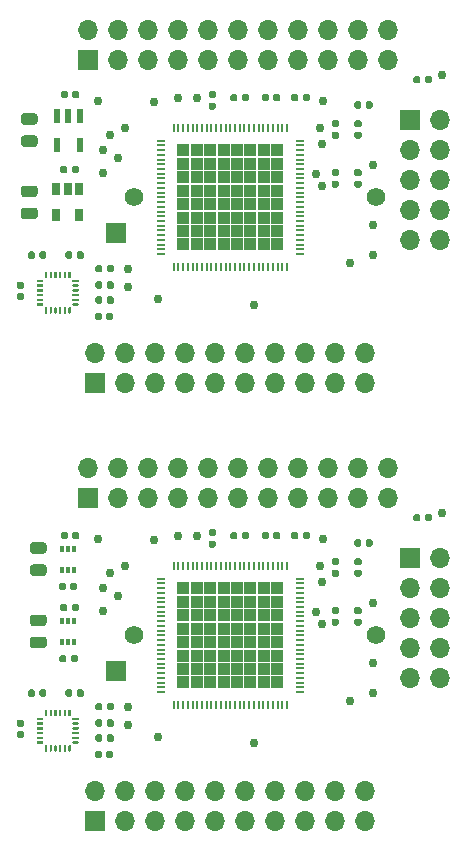
<source format=gts>
G04 #@! TF.GenerationSoftware,KiCad,Pcbnew,(5.1.6)-1*
G04 #@! TF.CreationDate,2021-09-02T23:58:42-07:00*
G04 #@! TF.ProjectId,sulu_ldo_and_reg_panel,73756c75-5f6c-4646-9f5f-616e645f7265,rev?*
G04 #@! TF.SameCoordinates,Original*
G04 #@! TF.FileFunction,Soldermask,Top*
G04 #@! TF.FilePolarity,Negative*
%FSLAX46Y46*%
G04 Gerber Fmt 4.6, Leading zero omitted, Abs format (unit mm)*
G04 Created by KiCad (PCBNEW (5.1.6)-1) date 2021-09-02 23:58:42*
%MOMM*%
%LPD*%
G01*
G04 APERTURE LIST*
%ADD10R,0.590000X1.210000*%
%ADD11R,0.650000X1.060000*%
%ADD12C,1.574800*%
%ADD13O,1.700000X1.700000*%
%ADD14R,1.700000X1.700000*%
%ADD15C,0.762000*%
%ADD16O,0.800000X0.200000*%
%ADD17O,0.200000X0.800000*%
%ADD18R,1.137500X1.137500*%
%ADD19C,0.568750*%
%ADD20R,0.300000X0.500000*%
G04 APERTURE END LIST*
D10*
G04 #@! TO.C,U3*
X115377000Y-86981999D03*
X114427000Y-86981999D03*
X113477000Y-86981999D03*
X113477000Y-89491999D03*
X115377000Y-89491999D03*
G04 #@! TD*
D11*
G04 #@! TO.C,U2*
X115325999Y-93232999D03*
X114375999Y-93232999D03*
X113425999Y-93232999D03*
X113425999Y-95432999D03*
X115325999Y-95432999D03*
G04 #@! TD*
D12*
G04 #@! TO.C,B1*
X140512800Y-93853000D03*
X120015000Y-93853000D03*
G04 #@! TD*
D13*
G04 #@! TO.C,J1*
X141478000Y-79756000D03*
X141478000Y-82296000D03*
X138938000Y-79756000D03*
X138938000Y-82296000D03*
X136398000Y-79756000D03*
X136398000Y-82296000D03*
X133858000Y-79756000D03*
X133858000Y-82296000D03*
X131318000Y-79756000D03*
X131318000Y-82296000D03*
X128778000Y-79756000D03*
X128778000Y-82296000D03*
X126238000Y-79756000D03*
X126238000Y-82296000D03*
X123698000Y-79756000D03*
X123698000Y-82296000D03*
X121158000Y-79756000D03*
X121158000Y-82296000D03*
X118618000Y-79756000D03*
X118618000Y-82296000D03*
X116078000Y-79756000D03*
D14*
X116078000Y-82296000D03*
G04 #@! TD*
G04 #@! TO.C,R4*
G36*
G01*
X129118000Y-85643500D02*
X129118000Y-85298500D01*
G75*
G02*
X129265500Y-85151000I147500J0D01*
G01*
X129560500Y-85151000D01*
G75*
G02*
X129708000Y-85298500I0J-147500D01*
G01*
X129708000Y-85643500D01*
G75*
G02*
X129560500Y-85791000I-147500J0D01*
G01*
X129265500Y-85791000D01*
G75*
G02*
X129118000Y-85643500I0J147500D01*
G01*
G37*
G36*
G01*
X128148000Y-85643500D02*
X128148000Y-85298500D01*
G75*
G02*
X128295500Y-85151000I147500J0D01*
G01*
X128590500Y-85151000D01*
G75*
G02*
X128738000Y-85298500I0J-147500D01*
G01*
X128738000Y-85643500D01*
G75*
G02*
X128590500Y-85791000I-147500J0D01*
G01*
X128295500Y-85791000D01*
G75*
G02*
X128148000Y-85643500I0J147500D01*
G01*
G37*
G04 #@! TD*
G04 #@! TO.C,R3*
G36*
G01*
X144612000Y-84119500D02*
X144612000Y-83774500D01*
G75*
G02*
X144759500Y-83627000I147500J0D01*
G01*
X145054500Y-83627000D01*
G75*
G02*
X145202000Y-83774500I0J-147500D01*
G01*
X145202000Y-84119500D01*
G75*
G02*
X145054500Y-84267000I-147500J0D01*
G01*
X144759500Y-84267000D01*
G75*
G02*
X144612000Y-84119500I0J147500D01*
G01*
G37*
G36*
G01*
X143642000Y-84119500D02*
X143642000Y-83774500D01*
G75*
G02*
X143789500Y-83627000I147500J0D01*
G01*
X144084500Y-83627000D01*
G75*
G02*
X144232000Y-83774500I0J-147500D01*
G01*
X144232000Y-84119500D01*
G75*
G02*
X144084500Y-84267000I-147500J0D01*
G01*
X143789500Y-84267000D01*
G75*
G02*
X143642000Y-84119500I0J147500D01*
G01*
G37*
G04 #@! TD*
G04 #@! TO.C,R2*
G36*
G01*
X139233000Y-85933500D02*
X139233000Y-86278500D01*
G75*
G02*
X139085500Y-86426000I-147500J0D01*
G01*
X138790500Y-86426000D01*
G75*
G02*
X138643000Y-86278500I0J147500D01*
G01*
X138643000Y-85933500D01*
G75*
G02*
X138790500Y-85786000I147500J0D01*
G01*
X139085500Y-85786000D01*
G75*
G02*
X139233000Y-85933500I0J-147500D01*
G01*
G37*
G36*
G01*
X140203000Y-85933500D02*
X140203000Y-86278500D01*
G75*
G02*
X140055500Y-86426000I-147500J0D01*
G01*
X139760500Y-86426000D01*
G75*
G02*
X139613000Y-86278500I0J147500D01*
G01*
X139613000Y-85933500D01*
G75*
G02*
X139760500Y-85786000I147500J0D01*
G01*
X140055500Y-85786000D01*
G75*
G02*
X140203000Y-85933500I0J-147500D01*
G01*
G37*
G04 #@! TD*
G04 #@! TO.C,C_1.8_OUT1*
G36*
G01*
X110668750Y-92913000D02*
X111581250Y-92913000D01*
G75*
G02*
X111825000Y-93156750I0J-243750D01*
G01*
X111825000Y-93644250D01*
G75*
G02*
X111581250Y-93888000I-243750J0D01*
G01*
X110668750Y-93888000D01*
G75*
G02*
X110425000Y-93644250I0J243750D01*
G01*
X110425000Y-93156750D01*
G75*
G02*
X110668750Y-92913000I243750J0D01*
G01*
G37*
G36*
G01*
X110668750Y-94788000D02*
X111581250Y-94788000D01*
G75*
G02*
X111825000Y-95031750I0J-243750D01*
G01*
X111825000Y-95519250D01*
G75*
G02*
X111581250Y-95763000I-243750J0D01*
G01*
X110668750Y-95763000D01*
G75*
G02*
X110425000Y-95519250I0J243750D01*
G01*
X110425000Y-95031750D01*
G75*
G02*
X110668750Y-94788000I243750J0D01*
G01*
G37*
G04 #@! TD*
G04 #@! TO.C,C_1.1_OUT1*
G36*
G01*
X110668750Y-86791500D02*
X111581250Y-86791500D01*
G75*
G02*
X111825000Y-87035250I0J-243750D01*
G01*
X111825000Y-87522750D01*
G75*
G02*
X111581250Y-87766500I-243750J0D01*
G01*
X110668750Y-87766500D01*
G75*
G02*
X110425000Y-87522750I0J243750D01*
G01*
X110425000Y-87035250D01*
G75*
G02*
X110668750Y-86791500I243750J0D01*
G01*
G37*
G36*
G01*
X110668750Y-88666500D02*
X111581250Y-88666500D01*
G75*
G02*
X111825000Y-88910250I0J-243750D01*
G01*
X111825000Y-89397750D01*
G75*
G02*
X111581250Y-89641500I-243750J0D01*
G01*
X110668750Y-89641500D01*
G75*
G02*
X110425000Y-89397750I0J243750D01*
G01*
X110425000Y-88910250D01*
G75*
G02*
X110668750Y-88666500I243750J0D01*
G01*
G37*
G04 #@! TD*
D13*
G04 #@! TO.C,J3*
X145923000Y-97536000D03*
X143383000Y-97536000D03*
X145923000Y-94996000D03*
X143383000Y-94996000D03*
X145923000Y-92456000D03*
X143383000Y-92456000D03*
X145923000Y-89916000D03*
X143383000Y-89916000D03*
X145923000Y-87376000D03*
D14*
X143383000Y-87376000D03*
G04 #@! TD*
G04 #@! TO.C,C_1.1_IN1*
G36*
G01*
X114767000Y-85389500D02*
X114767000Y-85044500D01*
G75*
G02*
X114914500Y-84897000I147500J0D01*
G01*
X115209500Y-84897000D01*
G75*
G02*
X115357000Y-85044500I0J-147500D01*
G01*
X115357000Y-85389500D01*
G75*
G02*
X115209500Y-85537000I-147500J0D01*
G01*
X114914500Y-85537000D01*
G75*
G02*
X114767000Y-85389500I0J147500D01*
G01*
G37*
G36*
G01*
X113797000Y-85389500D02*
X113797000Y-85044500D01*
G75*
G02*
X113944500Y-84897000I147500J0D01*
G01*
X114239500Y-84897000D01*
G75*
G02*
X114387000Y-85044500I0J-147500D01*
G01*
X114387000Y-85389500D01*
G75*
G02*
X114239500Y-85537000I-147500J0D01*
G01*
X113944500Y-85537000D01*
G75*
G02*
X113797000Y-85389500I0J147500D01*
G01*
G37*
G04 #@! TD*
G04 #@! TO.C,C_1.8_IN1*
G36*
G01*
X114721000Y-91739500D02*
X114721000Y-91394500D01*
G75*
G02*
X114868500Y-91247000I147500J0D01*
G01*
X115163500Y-91247000D01*
G75*
G02*
X115311000Y-91394500I0J-147500D01*
G01*
X115311000Y-91739500D01*
G75*
G02*
X115163500Y-91887000I-147500J0D01*
G01*
X114868500Y-91887000D01*
G75*
G02*
X114721000Y-91739500I0J147500D01*
G01*
G37*
G36*
G01*
X113751000Y-91739500D02*
X113751000Y-91394500D01*
G75*
G02*
X113898500Y-91247000I147500J0D01*
G01*
X114193500Y-91247000D01*
G75*
G02*
X114341000Y-91394500I0J-147500D01*
G01*
X114341000Y-91739500D01*
G75*
G02*
X114193500Y-91887000I-147500J0D01*
G01*
X113898500Y-91887000D01*
G75*
G02*
X113751000Y-91739500I0J147500D01*
G01*
G37*
G04 #@! TD*
D15*
G04 #@! TO.C,J21*
X140208000Y-96266000D03*
G04 #@! TD*
G04 #@! TO.C,J20*
X135763000Y-88011000D03*
G04 #@! TD*
G04 #@! TO.C,J19*
X125349000Y-85471000D03*
G04 #@! TD*
G04 #@! TO.C,J18*
X123698000Y-85471000D03*
G04 #@! TD*
G04 #@! TO.C,J14*
X121666000Y-85852000D03*
G04 #@! TD*
G04 #@! TO.C,J12*
X119507000Y-101473000D03*
G04 #@! TD*
G04 #@! TO.C,J17*
X140208000Y-98806000D03*
G04 #@! TD*
G04 #@! TO.C,J16*
X135890000Y-92964000D03*
G04 #@! TD*
G04 #@! TO.C,J15*
X135382000Y-91948000D03*
G04 #@! TD*
G04 #@! TO.C,J13*
X122047000Y-102489000D03*
G04 #@! TD*
G04 #@! TO.C,J11*
X119507000Y-99949000D03*
G04 #@! TD*
G04 #@! TO.C,J10*
X117348000Y-91821000D03*
G04 #@! TD*
G04 #@! TO.C,J9*
X118618000Y-90551000D03*
G04 #@! TD*
G04 #@! TO.C,J8*
X117348000Y-89916000D03*
G04 #@! TD*
G04 #@! TO.C,J7*
X117983000Y-88646000D03*
G04 #@! TD*
G04 #@! TO.C,J6*
X119253000Y-88011000D03*
G04 #@! TD*
G04 #@! TO.C,J5*
X135890000Y-89408000D03*
G04 #@! TD*
G04 #@! TO.C,GND6*
X146050000Y-83566000D03*
G04 #@! TD*
G04 #@! TO.C,GND5*
X138303000Y-99441000D03*
G04 #@! TD*
G04 #@! TO.C,GND4*
X136017000Y-85725000D03*
G04 #@! TD*
G04 #@! TO.C,GND3*
X116967000Y-85725000D03*
G04 #@! TD*
G04 #@! TO.C,GND2*
X140208000Y-91186000D03*
G04 #@! TD*
G04 #@! TO.C,GND1*
X130175000Y-102997000D03*
G04 #@! TD*
D14*
G04 #@! TO.C,J4*
X118491000Y-96901000D03*
G04 #@! TD*
G04 #@! TO.C,R1*
G36*
G01*
X138765500Y-92496000D02*
X139110500Y-92496000D01*
G75*
G02*
X139258000Y-92643500I0J-147500D01*
G01*
X139258000Y-92938500D01*
G75*
G02*
X139110500Y-93086000I-147500J0D01*
G01*
X138765500Y-93086000D01*
G75*
G02*
X138618000Y-92938500I0J147500D01*
G01*
X138618000Y-92643500D01*
G75*
G02*
X138765500Y-92496000I147500J0D01*
G01*
G37*
G36*
G01*
X138765500Y-91526000D02*
X139110500Y-91526000D01*
G75*
G02*
X139258000Y-91673500I0J-147500D01*
G01*
X139258000Y-91968500D01*
G75*
G02*
X139110500Y-92116000I-147500J0D01*
G01*
X138765500Y-92116000D01*
G75*
G02*
X138618000Y-91968500I0J147500D01*
G01*
X138618000Y-91673500D01*
G75*
G02*
X138765500Y-91526000I147500J0D01*
G01*
G37*
G04 #@! TD*
G04 #@! TO.C,C13*
G36*
G01*
X139110500Y-87971000D02*
X138765500Y-87971000D01*
G75*
G02*
X138618000Y-87823500I0J147500D01*
G01*
X138618000Y-87528500D01*
G75*
G02*
X138765500Y-87381000I147500J0D01*
G01*
X139110500Y-87381000D01*
G75*
G02*
X139258000Y-87528500I0J-147500D01*
G01*
X139258000Y-87823500D01*
G75*
G02*
X139110500Y-87971000I-147500J0D01*
G01*
G37*
G36*
G01*
X139110500Y-88941000D02*
X138765500Y-88941000D01*
G75*
G02*
X138618000Y-88793500I0J147500D01*
G01*
X138618000Y-88498500D01*
G75*
G02*
X138765500Y-88351000I147500J0D01*
G01*
X139110500Y-88351000D01*
G75*
G02*
X139258000Y-88498500I0J-147500D01*
G01*
X139258000Y-88793500D01*
G75*
G02*
X139110500Y-88941000I-147500J0D01*
G01*
G37*
G04 #@! TD*
G04 #@! TO.C,C12*
G36*
G01*
X137205500Y-87971000D02*
X136860500Y-87971000D01*
G75*
G02*
X136713000Y-87823500I0J147500D01*
G01*
X136713000Y-87528500D01*
G75*
G02*
X136860500Y-87381000I147500J0D01*
G01*
X137205500Y-87381000D01*
G75*
G02*
X137353000Y-87528500I0J-147500D01*
G01*
X137353000Y-87823500D01*
G75*
G02*
X137205500Y-87971000I-147500J0D01*
G01*
G37*
G36*
G01*
X137205500Y-88941000D02*
X136860500Y-88941000D01*
G75*
G02*
X136713000Y-88793500I0J147500D01*
G01*
X136713000Y-88498500D01*
G75*
G02*
X136860500Y-88351000I147500J0D01*
G01*
X137205500Y-88351000D01*
G75*
G02*
X137353000Y-88498500I0J-147500D01*
G01*
X137353000Y-88793500D01*
G75*
G02*
X137205500Y-88941000I-147500J0D01*
G01*
G37*
G04 #@! TD*
G04 #@! TO.C,C11*
G36*
G01*
X137205500Y-92116000D02*
X136860500Y-92116000D01*
G75*
G02*
X136713000Y-91968500I0J147500D01*
G01*
X136713000Y-91673500D01*
G75*
G02*
X136860500Y-91526000I147500J0D01*
G01*
X137205500Y-91526000D01*
G75*
G02*
X137353000Y-91673500I0J-147500D01*
G01*
X137353000Y-91968500D01*
G75*
G02*
X137205500Y-92116000I-147500J0D01*
G01*
G37*
G36*
G01*
X137205500Y-93086000D02*
X136860500Y-93086000D01*
G75*
G02*
X136713000Y-92938500I0J147500D01*
G01*
X136713000Y-92643500D01*
G75*
G02*
X136860500Y-92496000I147500J0D01*
G01*
X137205500Y-92496000D01*
G75*
G02*
X137353000Y-92643500I0J-147500D01*
G01*
X137353000Y-92938500D01*
G75*
G02*
X137205500Y-93086000I-147500J0D01*
G01*
G37*
G04 #@! TD*
G04 #@! TO.C,C10*
G36*
G01*
X126791500Y-85512000D02*
X126446500Y-85512000D01*
G75*
G02*
X126299000Y-85364500I0J147500D01*
G01*
X126299000Y-85069500D01*
G75*
G02*
X126446500Y-84922000I147500J0D01*
G01*
X126791500Y-84922000D01*
G75*
G02*
X126939000Y-85069500I0J-147500D01*
G01*
X126939000Y-85364500D01*
G75*
G02*
X126791500Y-85512000I-147500J0D01*
G01*
G37*
G36*
G01*
X126791500Y-86482000D02*
X126446500Y-86482000D01*
G75*
G02*
X126299000Y-86334500I0J147500D01*
G01*
X126299000Y-86039500D01*
G75*
G02*
X126446500Y-85892000I147500J0D01*
G01*
X126791500Y-85892000D01*
G75*
G02*
X126939000Y-86039500I0J-147500D01*
G01*
X126939000Y-86334500D01*
G75*
G02*
X126791500Y-86482000I-147500J0D01*
G01*
G37*
G04 #@! TD*
G04 #@! TO.C,C9*
G36*
G01*
X117262000Y-103840500D02*
X117262000Y-104185500D01*
G75*
G02*
X117114500Y-104333000I-147500J0D01*
G01*
X116819500Y-104333000D01*
G75*
G02*
X116672000Y-104185500I0J147500D01*
G01*
X116672000Y-103840500D01*
G75*
G02*
X116819500Y-103693000I147500J0D01*
G01*
X117114500Y-103693000D01*
G75*
G02*
X117262000Y-103840500I0J-147500D01*
G01*
G37*
G36*
G01*
X118232000Y-103840500D02*
X118232000Y-104185500D01*
G75*
G02*
X118084500Y-104333000I-147500J0D01*
G01*
X117789500Y-104333000D01*
G75*
G02*
X117642000Y-104185500I0J147500D01*
G01*
X117642000Y-103840500D01*
G75*
G02*
X117789500Y-103693000I147500J0D01*
G01*
X118084500Y-103693000D01*
G75*
G02*
X118232000Y-103840500I0J-147500D01*
G01*
G37*
G04 #@! TD*
G04 #@! TO.C,C8*
G36*
G01*
X117308000Y-102443500D02*
X117308000Y-102788500D01*
G75*
G02*
X117160500Y-102936000I-147500J0D01*
G01*
X116865500Y-102936000D01*
G75*
G02*
X116718000Y-102788500I0J147500D01*
G01*
X116718000Y-102443500D01*
G75*
G02*
X116865500Y-102296000I147500J0D01*
G01*
X117160500Y-102296000D01*
G75*
G02*
X117308000Y-102443500I0J-147500D01*
G01*
G37*
G36*
G01*
X118278000Y-102443500D02*
X118278000Y-102788500D01*
G75*
G02*
X118130500Y-102936000I-147500J0D01*
G01*
X117835500Y-102936000D01*
G75*
G02*
X117688000Y-102788500I0J147500D01*
G01*
X117688000Y-102443500D01*
G75*
G02*
X117835500Y-102296000I147500J0D01*
G01*
X118130500Y-102296000D01*
G75*
G02*
X118278000Y-102443500I0J-147500D01*
G01*
G37*
G04 #@! TD*
G04 #@! TO.C,C7*
G36*
G01*
X134279000Y-85643500D02*
X134279000Y-85298500D01*
G75*
G02*
X134426500Y-85151000I147500J0D01*
G01*
X134721500Y-85151000D01*
G75*
G02*
X134869000Y-85298500I0J-147500D01*
G01*
X134869000Y-85643500D01*
G75*
G02*
X134721500Y-85791000I-147500J0D01*
G01*
X134426500Y-85791000D01*
G75*
G02*
X134279000Y-85643500I0J147500D01*
G01*
G37*
G36*
G01*
X133309000Y-85643500D02*
X133309000Y-85298500D01*
G75*
G02*
X133456500Y-85151000I147500J0D01*
G01*
X133751500Y-85151000D01*
G75*
G02*
X133899000Y-85298500I0J-147500D01*
G01*
X133899000Y-85643500D01*
G75*
G02*
X133751500Y-85791000I-147500J0D01*
G01*
X133456500Y-85791000D01*
G75*
G02*
X133309000Y-85643500I0J147500D01*
G01*
G37*
G04 #@! TD*
G04 #@! TO.C,C6*
G36*
G01*
X131405000Y-85298500D02*
X131405000Y-85643500D01*
G75*
G02*
X131257500Y-85791000I-147500J0D01*
G01*
X130962500Y-85791000D01*
G75*
G02*
X130815000Y-85643500I0J147500D01*
G01*
X130815000Y-85298500D01*
G75*
G02*
X130962500Y-85151000I147500J0D01*
G01*
X131257500Y-85151000D01*
G75*
G02*
X131405000Y-85298500I0J-147500D01*
G01*
G37*
G36*
G01*
X132375000Y-85298500D02*
X132375000Y-85643500D01*
G75*
G02*
X132227500Y-85791000I-147500J0D01*
G01*
X131932500Y-85791000D01*
G75*
G02*
X131785000Y-85643500I0J147500D01*
G01*
X131785000Y-85298500D01*
G75*
G02*
X131932500Y-85151000I147500J0D01*
G01*
X132227500Y-85151000D01*
G75*
G02*
X132375000Y-85298500I0J-147500D01*
G01*
G37*
G04 #@! TD*
G04 #@! TO.C,C5*
G36*
G01*
X117308000Y-99776500D02*
X117308000Y-100121500D01*
G75*
G02*
X117160500Y-100269000I-147500J0D01*
G01*
X116865500Y-100269000D01*
G75*
G02*
X116718000Y-100121500I0J147500D01*
G01*
X116718000Y-99776500D01*
G75*
G02*
X116865500Y-99629000I147500J0D01*
G01*
X117160500Y-99629000D01*
G75*
G02*
X117308000Y-99776500I0J-147500D01*
G01*
G37*
G36*
G01*
X118278000Y-99776500D02*
X118278000Y-100121500D01*
G75*
G02*
X118130500Y-100269000I-147500J0D01*
G01*
X117835500Y-100269000D01*
G75*
G02*
X117688000Y-100121500I0J147500D01*
G01*
X117688000Y-99776500D01*
G75*
G02*
X117835500Y-99629000I147500J0D01*
G01*
X118130500Y-99629000D01*
G75*
G02*
X118278000Y-99776500I0J-147500D01*
G01*
G37*
G04 #@! TD*
G04 #@! TO.C,C4*
G36*
G01*
X117308000Y-101173500D02*
X117308000Y-101518500D01*
G75*
G02*
X117160500Y-101666000I-147500J0D01*
G01*
X116865500Y-101666000D01*
G75*
G02*
X116718000Y-101518500I0J147500D01*
G01*
X116718000Y-101173500D01*
G75*
G02*
X116865500Y-101026000I147500J0D01*
G01*
X117160500Y-101026000D01*
G75*
G02*
X117308000Y-101173500I0J-147500D01*
G01*
G37*
G36*
G01*
X118278000Y-101173500D02*
X118278000Y-101518500D01*
G75*
G02*
X118130500Y-101666000I-147500J0D01*
G01*
X117835500Y-101666000D01*
G75*
G02*
X117688000Y-101518500I0J147500D01*
G01*
X117688000Y-101173500D01*
G75*
G02*
X117835500Y-101026000I147500J0D01*
G01*
X118130500Y-101026000D01*
G75*
G02*
X118278000Y-101173500I0J-147500D01*
G01*
G37*
G04 #@! TD*
D13*
G04 #@! TO.C,J2*
X139573000Y-107061000D03*
X139573000Y-109601000D03*
X137033000Y-107061000D03*
X137033000Y-109601000D03*
X134493000Y-107061000D03*
X134493000Y-109601000D03*
X131953000Y-107061000D03*
X131953000Y-109601000D03*
X129413000Y-107061000D03*
X129413000Y-109601000D03*
X126873000Y-107061000D03*
X126873000Y-109601000D03*
X124333000Y-107061000D03*
X124333000Y-109601000D03*
X121793000Y-107061000D03*
X121793000Y-109601000D03*
X119253000Y-107061000D03*
X119253000Y-109601000D03*
X116713000Y-107061000D03*
D14*
X116713000Y-109601000D03*
G04 #@! TD*
D16*
G04 #@! TO.C,U1*
X122243000Y-89111000D03*
X122243000Y-89511000D03*
X122243000Y-89911000D03*
X122243000Y-90311000D03*
X122243000Y-90711000D03*
X122243000Y-91111000D03*
X122243000Y-91511000D03*
X122243000Y-91911000D03*
X122243000Y-92311000D03*
X122243000Y-92711000D03*
X122243000Y-93111000D03*
X122243000Y-93511000D03*
X122243000Y-93911000D03*
X122243000Y-94311000D03*
X122243000Y-94711000D03*
X122243000Y-95111000D03*
X122243000Y-95511000D03*
X122243000Y-95911000D03*
X122243000Y-96311000D03*
X122243000Y-96711000D03*
X122243000Y-97111000D03*
X122243000Y-97511000D03*
X122243000Y-97911000D03*
X122243000Y-98311000D03*
X122243000Y-98711000D03*
D17*
X123343000Y-99811000D03*
X123743000Y-99811000D03*
X124143000Y-99811000D03*
X124543000Y-99811000D03*
X124943000Y-99811000D03*
X125343000Y-99811000D03*
X125743000Y-99811000D03*
X126143000Y-99811000D03*
X126543000Y-99811000D03*
X126943000Y-99811000D03*
X127343000Y-99811000D03*
X127743000Y-99811000D03*
X128143000Y-99811000D03*
X128543000Y-99811000D03*
X128943000Y-99811000D03*
X129343000Y-99811000D03*
X129743000Y-99811000D03*
X130143000Y-99811000D03*
X130543000Y-99811000D03*
X130943000Y-99811000D03*
X131343000Y-99811000D03*
X131743000Y-99811000D03*
X132143000Y-99811000D03*
X132543000Y-99811000D03*
X132943000Y-99811000D03*
D16*
X134043000Y-98711000D03*
X134043000Y-98311000D03*
X134043000Y-97911000D03*
X134043000Y-97511000D03*
X134043000Y-97111000D03*
X134043000Y-96711000D03*
X134043000Y-96311000D03*
X134043000Y-95911000D03*
X134043000Y-95511000D03*
X134043000Y-95111000D03*
X134043000Y-94711000D03*
X134043000Y-94311000D03*
X134043000Y-93911000D03*
X134043000Y-93511000D03*
X134043000Y-93111000D03*
X134043000Y-92711000D03*
X134043000Y-92311000D03*
X134043000Y-91911000D03*
X134043000Y-91511000D03*
X134043000Y-91111000D03*
X134043000Y-90711000D03*
X134043000Y-90311000D03*
X134043000Y-89911000D03*
X134043000Y-89511000D03*
X134043000Y-89111000D03*
D17*
X132943000Y-88011000D03*
X132543000Y-88011000D03*
X132143000Y-88011000D03*
X131743000Y-88011000D03*
X131343000Y-88011000D03*
X130943000Y-88011000D03*
X130543000Y-88011000D03*
X130143000Y-88011000D03*
X129743000Y-88011000D03*
X129343000Y-88011000D03*
X128943000Y-88011000D03*
X128543000Y-88011000D03*
X128143000Y-88011000D03*
X127743000Y-88011000D03*
X127343000Y-88011000D03*
X126943000Y-88011000D03*
X126543000Y-88011000D03*
X126143000Y-88011000D03*
X125743000Y-88011000D03*
X125343000Y-88011000D03*
X124943000Y-88011000D03*
X124543000Y-88011000D03*
X124143000Y-88011000D03*
X123743000Y-88011000D03*
X123343000Y-88011000D03*
D18*
X124161750Y-89929750D03*
X124161750Y-91067250D03*
X124161750Y-92204750D03*
X124161750Y-93342250D03*
X124161750Y-94479750D03*
X124161750Y-95617250D03*
X124161750Y-96754750D03*
X124161750Y-97892250D03*
X125299250Y-89929750D03*
X125299250Y-91067250D03*
X125299250Y-92204750D03*
X125299250Y-93342250D03*
X125299250Y-94479750D03*
X125299250Y-95617250D03*
X125299250Y-96754750D03*
X125299250Y-97892250D03*
X126436750Y-89929750D03*
X126436750Y-91067250D03*
X126436750Y-92204750D03*
X126436750Y-93342250D03*
X126436750Y-94479750D03*
X126436750Y-95617250D03*
X126436750Y-96754750D03*
X126436750Y-97892250D03*
X127574250Y-89929750D03*
X127574250Y-91067250D03*
X127574250Y-92204750D03*
X127574250Y-93342250D03*
X127574250Y-94479750D03*
X127574250Y-95617250D03*
X127574250Y-96754750D03*
X127574250Y-97892250D03*
X128711750Y-89929750D03*
X128711750Y-91067250D03*
X128711750Y-92204750D03*
X128711750Y-93342250D03*
X128711750Y-94479750D03*
X128711750Y-95617250D03*
X128711750Y-96754750D03*
X128711750Y-97892250D03*
X129849250Y-89929750D03*
X129849250Y-91067250D03*
X129849250Y-92204750D03*
X129849250Y-93342250D03*
X129849250Y-94479750D03*
X129849250Y-95617250D03*
X129849250Y-96754750D03*
X129849250Y-97892250D03*
X130986750Y-89929750D03*
X130986750Y-91067250D03*
X130986750Y-92204750D03*
X130986750Y-93342250D03*
X130986750Y-94479750D03*
X130986750Y-95617250D03*
X130986750Y-96754750D03*
X130986750Y-97892250D03*
X132124250Y-89929750D03*
X132124250Y-91067250D03*
X132124250Y-92204750D03*
X132124250Y-93342250D03*
X132124250Y-94479750D03*
X132124250Y-95617250D03*
X132124250Y-96754750D03*
X132124250Y-97892250D03*
D19*
X124161750Y-89929750D03*
X124161750Y-91067250D03*
X124161750Y-92204750D03*
X124161750Y-93342250D03*
X124161750Y-94479750D03*
X124161750Y-95617250D03*
X124161750Y-96754750D03*
X124161750Y-97892250D03*
X125299250Y-89929750D03*
X125299250Y-91067250D03*
X125299250Y-92204750D03*
X125299250Y-93342250D03*
X125299250Y-94479750D03*
X125299250Y-95617250D03*
X125299250Y-96754750D03*
X125299250Y-97892250D03*
X126436750Y-89929750D03*
X126436750Y-91067250D03*
X126436750Y-92204750D03*
X126436750Y-93342250D03*
X126436750Y-94479750D03*
X126436750Y-95617250D03*
X126436750Y-96754750D03*
X126436750Y-97892250D03*
X127574250Y-89929750D03*
X127574250Y-91067250D03*
X127574250Y-92204750D03*
X127574250Y-93342250D03*
X127574250Y-94479750D03*
X127574250Y-95617250D03*
X127574250Y-96754750D03*
X127574250Y-97892250D03*
X128711750Y-89929750D03*
X128711750Y-91067250D03*
X128711750Y-92204750D03*
X128711750Y-93342250D03*
X128711750Y-94479750D03*
X128711750Y-95617250D03*
X128711750Y-96754750D03*
X128711750Y-97892250D03*
X129849250Y-89929750D03*
X129849250Y-91067250D03*
X129849250Y-92204750D03*
X129849250Y-93342250D03*
X129849250Y-94479750D03*
X129849250Y-95617250D03*
X129849250Y-96754750D03*
X129849250Y-97892250D03*
X130986750Y-89929750D03*
X130986750Y-91067250D03*
X130986750Y-92204750D03*
X130986750Y-93342250D03*
X130986750Y-94479750D03*
X130986750Y-95617250D03*
X130986750Y-96754750D03*
X130986750Y-97892250D03*
X132124250Y-89929750D03*
X132124250Y-91067250D03*
X132124250Y-92204750D03*
X132124250Y-93342250D03*
X132124250Y-94479750D03*
X132124250Y-95617250D03*
X132124250Y-96754750D03*
X132124250Y-97892250D03*
G04 #@! TD*
G04 #@! TO.C,C3*
G36*
G01*
X112563000Y-98633500D02*
X112563000Y-98978500D01*
G75*
G02*
X112415500Y-99126000I-147500J0D01*
G01*
X112120500Y-99126000D01*
G75*
G02*
X111973000Y-98978500I0J147500D01*
G01*
X111973000Y-98633500D01*
G75*
G02*
X112120500Y-98486000I147500J0D01*
G01*
X112415500Y-98486000D01*
G75*
G02*
X112563000Y-98633500I0J-147500D01*
G01*
G37*
G36*
G01*
X111593000Y-98633500D02*
X111593000Y-98978500D01*
G75*
G02*
X111445500Y-99126000I-147500J0D01*
G01*
X111150500Y-99126000D01*
G75*
G02*
X111003000Y-98978500I0J147500D01*
G01*
X111003000Y-98633500D01*
G75*
G02*
X111150500Y-98486000I147500J0D01*
G01*
X111445500Y-98486000D01*
G75*
G02*
X111593000Y-98633500I0J-147500D01*
G01*
G37*
G04 #@! TD*
G04 #@! TO.C,C2*
G36*
G01*
X110190500Y-101051000D02*
X110535500Y-101051000D01*
G75*
G02*
X110683000Y-101198500I0J-147500D01*
G01*
X110683000Y-101493500D01*
G75*
G02*
X110535500Y-101641000I-147500J0D01*
G01*
X110190500Y-101641000D01*
G75*
G02*
X110043000Y-101493500I0J147500D01*
G01*
X110043000Y-101198500D01*
G75*
G02*
X110190500Y-101051000I147500J0D01*
G01*
G37*
G36*
G01*
X110190500Y-102021000D02*
X110535500Y-102021000D01*
G75*
G02*
X110683000Y-102168500I0J-147500D01*
G01*
X110683000Y-102463500D01*
G75*
G02*
X110535500Y-102611000I-147500J0D01*
G01*
X110190500Y-102611000D01*
G75*
G02*
X110043000Y-102463500I0J147500D01*
G01*
X110043000Y-102168500D01*
G75*
G02*
X110190500Y-102021000I147500J0D01*
G01*
G37*
G04 #@! TD*
G04 #@! TO.C,C1*
G36*
G01*
X114178000Y-98978500D02*
X114178000Y-98633500D01*
G75*
G02*
X114325500Y-98486000I147500J0D01*
G01*
X114620500Y-98486000D01*
G75*
G02*
X114768000Y-98633500I0J-147500D01*
G01*
X114768000Y-98978500D01*
G75*
G02*
X114620500Y-99126000I-147500J0D01*
G01*
X114325500Y-99126000D01*
G75*
G02*
X114178000Y-98978500I0J147500D01*
G01*
G37*
G36*
G01*
X115148000Y-98978500D02*
X115148000Y-98633500D01*
G75*
G02*
X115295500Y-98486000I147500J0D01*
G01*
X115590500Y-98486000D01*
G75*
G02*
X115738000Y-98633500I0J-147500D01*
G01*
X115738000Y-98978500D01*
G75*
G02*
X115590500Y-99126000I-147500J0D01*
G01*
X115295500Y-99126000D01*
G75*
G02*
X115148000Y-98978500I0J147500D01*
G01*
G37*
G04 #@! TD*
G04 #@! TO.C,U9AB1*
G36*
G01*
X114488000Y-103206000D02*
X114588000Y-103206000D01*
G75*
G02*
X114638000Y-103256000I0J-50000D01*
G01*
X114638000Y-103706000D01*
G75*
G02*
X114588000Y-103756000I-50000J0D01*
G01*
X114488000Y-103756000D01*
G75*
G02*
X114438000Y-103706000I0J50000D01*
G01*
X114438000Y-103256000D01*
G75*
G02*
X114488000Y-103206000I50000J0D01*
G01*
G37*
G36*
G01*
X114088000Y-103206000D02*
X114188000Y-103206000D01*
G75*
G02*
X114238000Y-103256000I0J-50000D01*
G01*
X114238000Y-103706000D01*
G75*
G02*
X114188000Y-103756000I-50000J0D01*
G01*
X114088000Y-103756000D01*
G75*
G02*
X114038000Y-103706000I0J50000D01*
G01*
X114038000Y-103256000D01*
G75*
G02*
X114088000Y-103206000I50000J0D01*
G01*
G37*
G36*
G01*
X113688000Y-103206000D02*
X113788000Y-103206000D01*
G75*
G02*
X113838000Y-103256000I0J-50000D01*
G01*
X113838000Y-103706000D01*
G75*
G02*
X113788000Y-103756000I-50000J0D01*
G01*
X113688000Y-103756000D01*
G75*
G02*
X113638000Y-103706000I0J50000D01*
G01*
X113638000Y-103256000D01*
G75*
G02*
X113688000Y-103206000I50000J0D01*
G01*
G37*
G36*
G01*
X113288000Y-103206000D02*
X113388000Y-103206000D01*
G75*
G02*
X113438000Y-103256000I0J-50000D01*
G01*
X113438000Y-103706000D01*
G75*
G02*
X113388000Y-103756000I-50000J0D01*
G01*
X113288000Y-103756000D01*
G75*
G02*
X113238000Y-103706000I0J50000D01*
G01*
X113238000Y-103256000D01*
G75*
G02*
X113288000Y-103206000I50000J0D01*
G01*
G37*
G36*
G01*
X112888000Y-103206000D02*
X112988000Y-103206000D01*
G75*
G02*
X113038000Y-103256000I0J-50000D01*
G01*
X113038000Y-103706000D01*
G75*
G02*
X112988000Y-103756000I-50000J0D01*
G01*
X112888000Y-103756000D01*
G75*
G02*
X112838000Y-103706000I0J50000D01*
G01*
X112838000Y-103256000D01*
G75*
G02*
X112888000Y-103206000I50000J0D01*
G01*
G37*
G36*
G01*
X112488000Y-103206000D02*
X112588000Y-103206000D01*
G75*
G02*
X112638000Y-103256000I0J-50000D01*
G01*
X112638000Y-103706000D01*
G75*
G02*
X112588000Y-103756000I-50000J0D01*
G01*
X112488000Y-103756000D01*
G75*
G02*
X112438000Y-103706000I0J50000D01*
G01*
X112438000Y-103256000D01*
G75*
G02*
X112488000Y-103206000I50000J0D01*
G01*
G37*
G36*
G01*
X112313000Y-102931000D02*
X112313000Y-103031000D01*
G75*
G02*
X112263000Y-103081000I-50000J0D01*
G01*
X111813000Y-103081000D01*
G75*
G02*
X111763000Y-103031000I0J50000D01*
G01*
X111763000Y-102931000D01*
G75*
G02*
X111813000Y-102881000I50000J0D01*
G01*
X112263000Y-102881000D01*
G75*
G02*
X112313000Y-102931000I0J-50000D01*
G01*
G37*
G36*
G01*
X112313000Y-102531000D02*
X112313000Y-102631000D01*
G75*
G02*
X112263000Y-102681000I-50000J0D01*
G01*
X111813000Y-102681000D01*
G75*
G02*
X111763000Y-102631000I0J50000D01*
G01*
X111763000Y-102531000D01*
G75*
G02*
X111813000Y-102481000I50000J0D01*
G01*
X112263000Y-102481000D01*
G75*
G02*
X112313000Y-102531000I0J-50000D01*
G01*
G37*
G36*
G01*
X112313000Y-102131000D02*
X112313000Y-102231000D01*
G75*
G02*
X112263000Y-102281000I-50000J0D01*
G01*
X111813000Y-102281000D01*
G75*
G02*
X111763000Y-102231000I0J50000D01*
G01*
X111763000Y-102131000D01*
G75*
G02*
X111813000Y-102081000I50000J0D01*
G01*
X112263000Y-102081000D01*
G75*
G02*
X112313000Y-102131000I0J-50000D01*
G01*
G37*
G36*
G01*
X112313000Y-101731000D02*
X112313000Y-101831000D01*
G75*
G02*
X112263000Y-101881000I-50000J0D01*
G01*
X111813000Y-101881000D01*
G75*
G02*
X111763000Y-101831000I0J50000D01*
G01*
X111763000Y-101731000D01*
G75*
G02*
X111813000Y-101681000I50000J0D01*
G01*
X112263000Y-101681000D01*
G75*
G02*
X112313000Y-101731000I0J-50000D01*
G01*
G37*
G36*
G01*
X112313000Y-101331000D02*
X112313000Y-101431000D01*
G75*
G02*
X112263000Y-101481000I-50000J0D01*
G01*
X111813000Y-101481000D01*
G75*
G02*
X111763000Y-101431000I0J50000D01*
G01*
X111763000Y-101331000D01*
G75*
G02*
X111813000Y-101281000I50000J0D01*
G01*
X112263000Y-101281000D01*
G75*
G02*
X112313000Y-101331000I0J-50000D01*
G01*
G37*
G36*
G01*
X112313000Y-100931000D02*
X112313000Y-101031000D01*
G75*
G02*
X112263000Y-101081000I-50000J0D01*
G01*
X111813000Y-101081000D01*
G75*
G02*
X111763000Y-101031000I0J50000D01*
G01*
X111763000Y-100931000D01*
G75*
G02*
X111813000Y-100881000I50000J0D01*
G01*
X112263000Y-100881000D01*
G75*
G02*
X112313000Y-100931000I0J-50000D01*
G01*
G37*
G36*
G01*
X112488000Y-100206000D02*
X112588000Y-100206000D01*
G75*
G02*
X112638000Y-100256000I0J-50000D01*
G01*
X112638000Y-100706000D01*
G75*
G02*
X112588000Y-100756000I-50000J0D01*
G01*
X112488000Y-100756000D01*
G75*
G02*
X112438000Y-100706000I0J50000D01*
G01*
X112438000Y-100256000D01*
G75*
G02*
X112488000Y-100206000I50000J0D01*
G01*
G37*
G36*
G01*
X112888000Y-100206000D02*
X112988000Y-100206000D01*
G75*
G02*
X113038000Y-100256000I0J-50000D01*
G01*
X113038000Y-100706000D01*
G75*
G02*
X112988000Y-100756000I-50000J0D01*
G01*
X112888000Y-100756000D01*
G75*
G02*
X112838000Y-100706000I0J50000D01*
G01*
X112838000Y-100256000D01*
G75*
G02*
X112888000Y-100206000I50000J0D01*
G01*
G37*
G36*
G01*
X113288000Y-100206000D02*
X113388000Y-100206000D01*
G75*
G02*
X113438000Y-100256000I0J-50000D01*
G01*
X113438000Y-100706000D01*
G75*
G02*
X113388000Y-100756000I-50000J0D01*
G01*
X113288000Y-100756000D01*
G75*
G02*
X113238000Y-100706000I0J50000D01*
G01*
X113238000Y-100256000D01*
G75*
G02*
X113288000Y-100206000I50000J0D01*
G01*
G37*
G36*
G01*
X113688000Y-100206000D02*
X113788000Y-100206000D01*
G75*
G02*
X113838000Y-100256000I0J-50000D01*
G01*
X113838000Y-100706000D01*
G75*
G02*
X113788000Y-100756000I-50000J0D01*
G01*
X113688000Y-100756000D01*
G75*
G02*
X113638000Y-100706000I0J50000D01*
G01*
X113638000Y-100256000D01*
G75*
G02*
X113688000Y-100206000I50000J0D01*
G01*
G37*
G36*
G01*
X114088000Y-100206000D02*
X114188000Y-100206000D01*
G75*
G02*
X114238000Y-100256000I0J-50000D01*
G01*
X114238000Y-100706000D01*
G75*
G02*
X114188000Y-100756000I-50000J0D01*
G01*
X114088000Y-100756000D01*
G75*
G02*
X114038000Y-100706000I0J50000D01*
G01*
X114038000Y-100256000D01*
G75*
G02*
X114088000Y-100206000I50000J0D01*
G01*
G37*
G36*
G01*
X114488000Y-100206000D02*
X114588000Y-100206000D01*
G75*
G02*
X114638000Y-100256000I0J-50000D01*
G01*
X114638000Y-100706000D01*
G75*
G02*
X114588000Y-100756000I-50000J0D01*
G01*
X114488000Y-100756000D01*
G75*
G02*
X114438000Y-100706000I0J50000D01*
G01*
X114438000Y-100256000D01*
G75*
G02*
X114488000Y-100206000I50000J0D01*
G01*
G37*
G36*
G01*
X115313000Y-100931000D02*
X115313000Y-101031000D01*
G75*
G02*
X115263000Y-101081000I-50000J0D01*
G01*
X114813000Y-101081000D01*
G75*
G02*
X114763000Y-101031000I0J50000D01*
G01*
X114763000Y-100931000D01*
G75*
G02*
X114813000Y-100881000I50000J0D01*
G01*
X115263000Y-100881000D01*
G75*
G02*
X115313000Y-100931000I0J-50000D01*
G01*
G37*
G36*
G01*
X115313000Y-101331000D02*
X115313000Y-101431000D01*
G75*
G02*
X115263000Y-101481000I-50000J0D01*
G01*
X114813000Y-101481000D01*
G75*
G02*
X114763000Y-101431000I0J50000D01*
G01*
X114763000Y-101331000D01*
G75*
G02*
X114813000Y-101281000I50000J0D01*
G01*
X115263000Y-101281000D01*
G75*
G02*
X115313000Y-101331000I0J-50000D01*
G01*
G37*
G36*
G01*
X115313000Y-101731000D02*
X115313000Y-101831000D01*
G75*
G02*
X115263000Y-101881000I-50000J0D01*
G01*
X114813000Y-101881000D01*
G75*
G02*
X114763000Y-101831000I0J50000D01*
G01*
X114763000Y-101731000D01*
G75*
G02*
X114813000Y-101681000I50000J0D01*
G01*
X115263000Y-101681000D01*
G75*
G02*
X115313000Y-101731000I0J-50000D01*
G01*
G37*
G36*
G01*
X115313000Y-102131000D02*
X115313000Y-102231000D01*
G75*
G02*
X115263000Y-102281000I-50000J0D01*
G01*
X114813000Y-102281000D01*
G75*
G02*
X114763000Y-102231000I0J50000D01*
G01*
X114763000Y-102131000D01*
G75*
G02*
X114813000Y-102081000I50000J0D01*
G01*
X115263000Y-102081000D01*
G75*
G02*
X115313000Y-102131000I0J-50000D01*
G01*
G37*
G36*
G01*
X115313000Y-102531000D02*
X115313000Y-102631000D01*
G75*
G02*
X115263000Y-102681000I-50000J0D01*
G01*
X114813000Y-102681000D01*
G75*
G02*
X114763000Y-102631000I0J50000D01*
G01*
X114763000Y-102531000D01*
G75*
G02*
X114813000Y-102481000I50000J0D01*
G01*
X115263000Y-102481000D01*
G75*
G02*
X115313000Y-102531000I0J-50000D01*
G01*
G37*
G36*
G01*
X115313000Y-102931000D02*
X115313000Y-103031000D01*
G75*
G02*
X115263000Y-103081000I-50000J0D01*
G01*
X114813000Y-103081000D01*
G75*
G02*
X114763000Y-103031000I0J50000D01*
G01*
X114763000Y-102931000D01*
G75*
G02*
X114813000Y-102881000I50000J0D01*
G01*
X115263000Y-102881000D01*
G75*
G02*
X115313000Y-102931000I0J-50000D01*
G01*
G37*
G04 #@! TD*
D12*
G04 #@! TO.C,B1*
X140512800Y-130937000D03*
X120015000Y-130937000D03*
G04 #@! TD*
D13*
G04 #@! TO.C,J1*
X141478000Y-116840000D03*
X141478000Y-119380000D03*
X138938000Y-116840000D03*
X138938000Y-119380000D03*
X136398000Y-116840000D03*
X136398000Y-119380000D03*
X133858000Y-116840000D03*
X133858000Y-119380000D03*
X131318000Y-116840000D03*
X131318000Y-119380000D03*
X128778000Y-116840000D03*
X128778000Y-119380000D03*
X126238000Y-116840000D03*
X126238000Y-119380000D03*
X123698000Y-116840000D03*
X123698000Y-119380000D03*
X121158000Y-116840000D03*
X121158000Y-119380000D03*
X118618000Y-116840000D03*
X118618000Y-119380000D03*
X116078000Y-116840000D03*
D14*
X116078000Y-119380000D03*
G04 #@! TD*
G04 #@! TO.C,R4*
G36*
G01*
X129118000Y-122727500D02*
X129118000Y-122382500D01*
G75*
G02*
X129265500Y-122235000I147500J0D01*
G01*
X129560500Y-122235000D01*
G75*
G02*
X129708000Y-122382500I0J-147500D01*
G01*
X129708000Y-122727500D01*
G75*
G02*
X129560500Y-122875000I-147500J0D01*
G01*
X129265500Y-122875000D01*
G75*
G02*
X129118000Y-122727500I0J147500D01*
G01*
G37*
G36*
G01*
X128148000Y-122727500D02*
X128148000Y-122382500D01*
G75*
G02*
X128295500Y-122235000I147500J0D01*
G01*
X128590500Y-122235000D01*
G75*
G02*
X128738000Y-122382500I0J-147500D01*
G01*
X128738000Y-122727500D01*
G75*
G02*
X128590500Y-122875000I-147500J0D01*
G01*
X128295500Y-122875000D01*
G75*
G02*
X128148000Y-122727500I0J147500D01*
G01*
G37*
G04 #@! TD*
D20*
G04 #@! TO.C,U3*
X113927000Y-123658999D03*
X114427000Y-123658999D03*
X114927000Y-123658999D03*
X114927000Y-125458999D03*
X114427000Y-125458999D03*
X113927000Y-125458999D03*
G04 #@! TD*
G04 #@! TO.C,U2*
X113875999Y-129754999D03*
X114375999Y-129754999D03*
X114875999Y-129754999D03*
X114875999Y-131554999D03*
X114375999Y-131554999D03*
X113875999Y-131554999D03*
G04 #@! TD*
G04 #@! TO.C,R3*
G36*
G01*
X144612000Y-121203500D02*
X144612000Y-120858500D01*
G75*
G02*
X144759500Y-120711000I147500J0D01*
G01*
X145054500Y-120711000D01*
G75*
G02*
X145202000Y-120858500I0J-147500D01*
G01*
X145202000Y-121203500D01*
G75*
G02*
X145054500Y-121351000I-147500J0D01*
G01*
X144759500Y-121351000D01*
G75*
G02*
X144612000Y-121203500I0J147500D01*
G01*
G37*
G36*
G01*
X143642000Y-121203500D02*
X143642000Y-120858500D01*
G75*
G02*
X143789500Y-120711000I147500J0D01*
G01*
X144084500Y-120711000D01*
G75*
G02*
X144232000Y-120858500I0J-147500D01*
G01*
X144232000Y-121203500D01*
G75*
G02*
X144084500Y-121351000I-147500J0D01*
G01*
X143789500Y-121351000D01*
G75*
G02*
X143642000Y-121203500I0J147500D01*
G01*
G37*
G04 #@! TD*
G04 #@! TO.C,R2*
G36*
G01*
X139233000Y-123017500D02*
X139233000Y-123362500D01*
G75*
G02*
X139085500Y-123510000I-147500J0D01*
G01*
X138790500Y-123510000D01*
G75*
G02*
X138643000Y-123362500I0J147500D01*
G01*
X138643000Y-123017500D01*
G75*
G02*
X138790500Y-122870000I147500J0D01*
G01*
X139085500Y-122870000D01*
G75*
G02*
X139233000Y-123017500I0J-147500D01*
G01*
G37*
G36*
G01*
X140203000Y-123017500D02*
X140203000Y-123362500D01*
G75*
G02*
X140055500Y-123510000I-147500J0D01*
G01*
X139760500Y-123510000D01*
G75*
G02*
X139613000Y-123362500I0J147500D01*
G01*
X139613000Y-123017500D01*
G75*
G02*
X139760500Y-122870000I147500J0D01*
G01*
X140055500Y-122870000D01*
G75*
G02*
X140203000Y-123017500I0J-147500D01*
G01*
G37*
G04 #@! TD*
G04 #@! TO.C,C_1.8_OUT1*
G36*
G01*
X111430750Y-131110000D02*
X112343250Y-131110000D01*
G75*
G02*
X112587000Y-131353750I0J-243750D01*
G01*
X112587000Y-131841250D01*
G75*
G02*
X112343250Y-132085000I-243750J0D01*
G01*
X111430750Y-132085000D01*
G75*
G02*
X111187000Y-131841250I0J243750D01*
G01*
X111187000Y-131353750D01*
G75*
G02*
X111430750Y-131110000I243750J0D01*
G01*
G37*
G36*
G01*
X111430750Y-129235000D02*
X112343250Y-129235000D01*
G75*
G02*
X112587000Y-129478750I0J-243750D01*
G01*
X112587000Y-129966250D01*
G75*
G02*
X112343250Y-130210000I-243750J0D01*
G01*
X111430750Y-130210000D01*
G75*
G02*
X111187000Y-129966250I0J243750D01*
G01*
X111187000Y-129478750D01*
G75*
G02*
X111430750Y-129235000I243750J0D01*
G01*
G37*
G04 #@! TD*
G04 #@! TO.C,C_1.1_OUT1*
G36*
G01*
X111430750Y-124988500D02*
X112343250Y-124988500D01*
G75*
G02*
X112587000Y-125232250I0J-243750D01*
G01*
X112587000Y-125719750D01*
G75*
G02*
X112343250Y-125963500I-243750J0D01*
G01*
X111430750Y-125963500D01*
G75*
G02*
X111187000Y-125719750I0J243750D01*
G01*
X111187000Y-125232250D01*
G75*
G02*
X111430750Y-124988500I243750J0D01*
G01*
G37*
G36*
G01*
X111430750Y-123113500D02*
X112343250Y-123113500D01*
G75*
G02*
X112587000Y-123357250I0J-243750D01*
G01*
X112587000Y-123844750D01*
G75*
G02*
X112343250Y-124088500I-243750J0D01*
G01*
X111430750Y-124088500D01*
G75*
G02*
X111187000Y-123844750I0J243750D01*
G01*
X111187000Y-123357250D01*
G75*
G02*
X111430750Y-123113500I243750J0D01*
G01*
G37*
G04 #@! TD*
G04 #@! TO.C,L2*
G36*
G01*
X114594000Y-127045500D02*
X114594000Y-126700500D01*
G75*
G02*
X114741500Y-126553000I147500J0D01*
G01*
X115036500Y-126553000D01*
G75*
G02*
X115184000Y-126700500I0J-147500D01*
G01*
X115184000Y-127045500D01*
G75*
G02*
X115036500Y-127193000I-147500J0D01*
G01*
X114741500Y-127193000D01*
G75*
G02*
X114594000Y-127045500I0J147500D01*
G01*
G37*
G36*
G01*
X113624000Y-127045500D02*
X113624000Y-126700500D01*
G75*
G02*
X113771500Y-126553000I147500J0D01*
G01*
X114066500Y-126553000D01*
G75*
G02*
X114214000Y-126700500I0J-147500D01*
G01*
X114214000Y-127045500D01*
G75*
G02*
X114066500Y-127193000I-147500J0D01*
G01*
X113771500Y-127193000D01*
G75*
G02*
X113624000Y-127045500I0J147500D01*
G01*
G37*
G04 #@! TD*
G04 #@! TO.C,L1*
G36*
G01*
X114640000Y-133141500D02*
X114640000Y-132796500D01*
G75*
G02*
X114787500Y-132649000I147500J0D01*
G01*
X115082500Y-132649000D01*
G75*
G02*
X115230000Y-132796500I0J-147500D01*
G01*
X115230000Y-133141500D01*
G75*
G02*
X115082500Y-133289000I-147500J0D01*
G01*
X114787500Y-133289000D01*
G75*
G02*
X114640000Y-133141500I0J147500D01*
G01*
G37*
G36*
G01*
X113670000Y-133141500D02*
X113670000Y-132796500D01*
G75*
G02*
X113817500Y-132649000I147500J0D01*
G01*
X114112500Y-132649000D01*
G75*
G02*
X114260000Y-132796500I0J-147500D01*
G01*
X114260000Y-133141500D01*
G75*
G02*
X114112500Y-133289000I-147500J0D01*
G01*
X113817500Y-133289000D01*
G75*
G02*
X113670000Y-133141500I0J147500D01*
G01*
G37*
G04 #@! TD*
D13*
G04 #@! TO.C,J3*
X145923000Y-134620000D03*
X143383000Y-134620000D03*
X145923000Y-132080000D03*
X143383000Y-132080000D03*
X145923000Y-129540000D03*
X143383000Y-129540000D03*
X145923000Y-127000000D03*
X143383000Y-127000000D03*
X145923000Y-124460000D03*
D14*
X143383000Y-124460000D03*
G04 #@! TD*
G04 #@! TO.C,C_1.1_IN1*
G36*
G01*
X114767000Y-122727500D02*
X114767000Y-122382500D01*
G75*
G02*
X114914500Y-122235000I147500J0D01*
G01*
X115209500Y-122235000D01*
G75*
G02*
X115357000Y-122382500I0J-147500D01*
G01*
X115357000Y-122727500D01*
G75*
G02*
X115209500Y-122875000I-147500J0D01*
G01*
X114914500Y-122875000D01*
G75*
G02*
X114767000Y-122727500I0J147500D01*
G01*
G37*
G36*
G01*
X113797000Y-122727500D02*
X113797000Y-122382500D01*
G75*
G02*
X113944500Y-122235000I147500J0D01*
G01*
X114239500Y-122235000D01*
G75*
G02*
X114387000Y-122382500I0J-147500D01*
G01*
X114387000Y-122727500D01*
G75*
G02*
X114239500Y-122875000I-147500J0D01*
G01*
X113944500Y-122875000D01*
G75*
G02*
X113797000Y-122727500I0J147500D01*
G01*
G37*
G04 #@! TD*
G04 #@! TO.C,C_1.8_IN1*
G36*
G01*
X114721000Y-128823500D02*
X114721000Y-128478500D01*
G75*
G02*
X114868500Y-128331000I147500J0D01*
G01*
X115163500Y-128331000D01*
G75*
G02*
X115311000Y-128478500I0J-147500D01*
G01*
X115311000Y-128823500D01*
G75*
G02*
X115163500Y-128971000I-147500J0D01*
G01*
X114868500Y-128971000D01*
G75*
G02*
X114721000Y-128823500I0J147500D01*
G01*
G37*
G36*
G01*
X113751000Y-128823500D02*
X113751000Y-128478500D01*
G75*
G02*
X113898500Y-128331000I147500J0D01*
G01*
X114193500Y-128331000D01*
G75*
G02*
X114341000Y-128478500I0J-147500D01*
G01*
X114341000Y-128823500D01*
G75*
G02*
X114193500Y-128971000I-147500J0D01*
G01*
X113898500Y-128971000D01*
G75*
G02*
X113751000Y-128823500I0J147500D01*
G01*
G37*
G04 #@! TD*
D15*
G04 #@! TO.C,J21*
X140208000Y-133350000D03*
G04 #@! TD*
G04 #@! TO.C,J20*
X135763000Y-125095000D03*
G04 #@! TD*
G04 #@! TO.C,J19*
X125349000Y-122555000D03*
G04 #@! TD*
G04 #@! TO.C,J18*
X123698000Y-122555000D03*
G04 #@! TD*
G04 #@! TO.C,J14*
X121666000Y-122936000D03*
G04 #@! TD*
G04 #@! TO.C,J12*
X119507000Y-138557000D03*
G04 #@! TD*
G04 #@! TO.C,J17*
X140208000Y-135890000D03*
G04 #@! TD*
G04 #@! TO.C,J16*
X135890000Y-130048000D03*
G04 #@! TD*
G04 #@! TO.C,J15*
X135382000Y-129032000D03*
G04 #@! TD*
G04 #@! TO.C,J13*
X122047000Y-139573000D03*
G04 #@! TD*
G04 #@! TO.C,J11*
X119507000Y-137033000D03*
G04 #@! TD*
G04 #@! TO.C,J10*
X117348000Y-128905000D03*
G04 #@! TD*
G04 #@! TO.C,J9*
X118618000Y-127635000D03*
G04 #@! TD*
G04 #@! TO.C,J8*
X117348000Y-127000000D03*
G04 #@! TD*
G04 #@! TO.C,J7*
X117983000Y-125730000D03*
G04 #@! TD*
G04 #@! TO.C,J6*
X119253000Y-125095000D03*
G04 #@! TD*
G04 #@! TO.C,J5*
X135890000Y-126492000D03*
G04 #@! TD*
G04 #@! TO.C,GND6*
X146050000Y-120650000D03*
G04 #@! TD*
G04 #@! TO.C,GND5*
X138303000Y-136525000D03*
G04 #@! TD*
G04 #@! TO.C,GND4*
X136017000Y-122809000D03*
G04 #@! TD*
G04 #@! TO.C,GND3*
X116967000Y-122809000D03*
G04 #@! TD*
G04 #@! TO.C,GND2*
X140208000Y-128270000D03*
G04 #@! TD*
G04 #@! TO.C,GND1*
X130175000Y-140081000D03*
G04 #@! TD*
D14*
G04 #@! TO.C,J4*
X118491000Y-133985000D03*
G04 #@! TD*
G04 #@! TO.C,R1*
G36*
G01*
X138765500Y-129580000D02*
X139110500Y-129580000D01*
G75*
G02*
X139258000Y-129727500I0J-147500D01*
G01*
X139258000Y-130022500D01*
G75*
G02*
X139110500Y-130170000I-147500J0D01*
G01*
X138765500Y-130170000D01*
G75*
G02*
X138618000Y-130022500I0J147500D01*
G01*
X138618000Y-129727500D01*
G75*
G02*
X138765500Y-129580000I147500J0D01*
G01*
G37*
G36*
G01*
X138765500Y-128610000D02*
X139110500Y-128610000D01*
G75*
G02*
X139258000Y-128757500I0J-147500D01*
G01*
X139258000Y-129052500D01*
G75*
G02*
X139110500Y-129200000I-147500J0D01*
G01*
X138765500Y-129200000D01*
G75*
G02*
X138618000Y-129052500I0J147500D01*
G01*
X138618000Y-128757500D01*
G75*
G02*
X138765500Y-128610000I147500J0D01*
G01*
G37*
G04 #@! TD*
G04 #@! TO.C,C13*
G36*
G01*
X139110500Y-125055000D02*
X138765500Y-125055000D01*
G75*
G02*
X138618000Y-124907500I0J147500D01*
G01*
X138618000Y-124612500D01*
G75*
G02*
X138765500Y-124465000I147500J0D01*
G01*
X139110500Y-124465000D01*
G75*
G02*
X139258000Y-124612500I0J-147500D01*
G01*
X139258000Y-124907500D01*
G75*
G02*
X139110500Y-125055000I-147500J0D01*
G01*
G37*
G36*
G01*
X139110500Y-126025000D02*
X138765500Y-126025000D01*
G75*
G02*
X138618000Y-125877500I0J147500D01*
G01*
X138618000Y-125582500D01*
G75*
G02*
X138765500Y-125435000I147500J0D01*
G01*
X139110500Y-125435000D01*
G75*
G02*
X139258000Y-125582500I0J-147500D01*
G01*
X139258000Y-125877500D01*
G75*
G02*
X139110500Y-126025000I-147500J0D01*
G01*
G37*
G04 #@! TD*
G04 #@! TO.C,C12*
G36*
G01*
X137205500Y-125055000D02*
X136860500Y-125055000D01*
G75*
G02*
X136713000Y-124907500I0J147500D01*
G01*
X136713000Y-124612500D01*
G75*
G02*
X136860500Y-124465000I147500J0D01*
G01*
X137205500Y-124465000D01*
G75*
G02*
X137353000Y-124612500I0J-147500D01*
G01*
X137353000Y-124907500D01*
G75*
G02*
X137205500Y-125055000I-147500J0D01*
G01*
G37*
G36*
G01*
X137205500Y-126025000D02*
X136860500Y-126025000D01*
G75*
G02*
X136713000Y-125877500I0J147500D01*
G01*
X136713000Y-125582500D01*
G75*
G02*
X136860500Y-125435000I147500J0D01*
G01*
X137205500Y-125435000D01*
G75*
G02*
X137353000Y-125582500I0J-147500D01*
G01*
X137353000Y-125877500D01*
G75*
G02*
X137205500Y-126025000I-147500J0D01*
G01*
G37*
G04 #@! TD*
G04 #@! TO.C,C11*
G36*
G01*
X137205500Y-129200000D02*
X136860500Y-129200000D01*
G75*
G02*
X136713000Y-129052500I0J147500D01*
G01*
X136713000Y-128757500D01*
G75*
G02*
X136860500Y-128610000I147500J0D01*
G01*
X137205500Y-128610000D01*
G75*
G02*
X137353000Y-128757500I0J-147500D01*
G01*
X137353000Y-129052500D01*
G75*
G02*
X137205500Y-129200000I-147500J0D01*
G01*
G37*
G36*
G01*
X137205500Y-130170000D02*
X136860500Y-130170000D01*
G75*
G02*
X136713000Y-130022500I0J147500D01*
G01*
X136713000Y-129727500D01*
G75*
G02*
X136860500Y-129580000I147500J0D01*
G01*
X137205500Y-129580000D01*
G75*
G02*
X137353000Y-129727500I0J-147500D01*
G01*
X137353000Y-130022500D01*
G75*
G02*
X137205500Y-130170000I-147500J0D01*
G01*
G37*
G04 #@! TD*
G04 #@! TO.C,C10*
G36*
G01*
X126791500Y-122596000D02*
X126446500Y-122596000D01*
G75*
G02*
X126299000Y-122448500I0J147500D01*
G01*
X126299000Y-122153500D01*
G75*
G02*
X126446500Y-122006000I147500J0D01*
G01*
X126791500Y-122006000D01*
G75*
G02*
X126939000Y-122153500I0J-147500D01*
G01*
X126939000Y-122448500D01*
G75*
G02*
X126791500Y-122596000I-147500J0D01*
G01*
G37*
G36*
G01*
X126791500Y-123566000D02*
X126446500Y-123566000D01*
G75*
G02*
X126299000Y-123418500I0J147500D01*
G01*
X126299000Y-123123500D01*
G75*
G02*
X126446500Y-122976000I147500J0D01*
G01*
X126791500Y-122976000D01*
G75*
G02*
X126939000Y-123123500I0J-147500D01*
G01*
X126939000Y-123418500D01*
G75*
G02*
X126791500Y-123566000I-147500J0D01*
G01*
G37*
G04 #@! TD*
G04 #@! TO.C,C9*
G36*
G01*
X117262000Y-140924500D02*
X117262000Y-141269500D01*
G75*
G02*
X117114500Y-141417000I-147500J0D01*
G01*
X116819500Y-141417000D01*
G75*
G02*
X116672000Y-141269500I0J147500D01*
G01*
X116672000Y-140924500D01*
G75*
G02*
X116819500Y-140777000I147500J0D01*
G01*
X117114500Y-140777000D01*
G75*
G02*
X117262000Y-140924500I0J-147500D01*
G01*
G37*
G36*
G01*
X118232000Y-140924500D02*
X118232000Y-141269500D01*
G75*
G02*
X118084500Y-141417000I-147500J0D01*
G01*
X117789500Y-141417000D01*
G75*
G02*
X117642000Y-141269500I0J147500D01*
G01*
X117642000Y-140924500D01*
G75*
G02*
X117789500Y-140777000I147500J0D01*
G01*
X118084500Y-140777000D01*
G75*
G02*
X118232000Y-140924500I0J-147500D01*
G01*
G37*
G04 #@! TD*
G04 #@! TO.C,C8*
G36*
G01*
X117308000Y-139527500D02*
X117308000Y-139872500D01*
G75*
G02*
X117160500Y-140020000I-147500J0D01*
G01*
X116865500Y-140020000D01*
G75*
G02*
X116718000Y-139872500I0J147500D01*
G01*
X116718000Y-139527500D01*
G75*
G02*
X116865500Y-139380000I147500J0D01*
G01*
X117160500Y-139380000D01*
G75*
G02*
X117308000Y-139527500I0J-147500D01*
G01*
G37*
G36*
G01*
X118278000Y-139527500D02*
X118278000Y-139872500D01*
G75*
G02*
X118130500Y-140020000I-147500J0D01*
G01*
X117835500Y-140020000D01*
G75*
G02*
X117688000Y-139872500I0J147500D01*
G01*
X117688000Y-139527500D01*
G75*
G02*
X117835500Y-139380000I147500J0D01*
G01*
X118130500Y-139380000D01*
G75*
G02*
X118278000Y-139527500I0J-147500D01*
G01*
G37*
G04 #@! TD*
G04 #@! TO.C,C7*
G36*
G01*
X134279000Y-122727500D02*
X134279000Y-122382500D01*
G75*
G02*
X134426500Y-122235000I147500J0D01*
G01*
X134721500Y-122235000D01*
G75*
G02*
X134869000Y-122382500I0J-147500D01*
G01*
X134869000Y-122727500D01*
G75*
G02*
X134721500Y-122875000I-147500J0D01*
G01*
X134426500Y-122875000D01*
G75*
G02*
X134279000Y-122727500I0J147500D01*
G01*
G37*
G36*
G01*
X133309000Y-122727500D02*
X133309000Y-122382500D01*
G75*
G02*
X133456500Y-122235000I147500J0D01*
G01*
X133751500Y-122235000D01*
G75*
G02*
X133899000Y-122382500I0J-147500D01*
G01*
X133899000Y-122727500D01*
G75*
G02*
X133751500Y-122875000I-147500J0D01*
G01*
X133456500Y-122875000D01*
G75*
G02*
X133309000Y-122727500I0J147500D01*
G01*
G37*
G04 #@! TD*
G04 #@! TO.C,C6*
G36*
G01*
X131405000Y-122382500D02*
X131405000Y-122727500D01*
G75*
G02*
X131257500Y-122875000I-147500J0D01*
G01*
X130962500Y-122875000D01*
G75*
G02*
X130815000Y-122727500I0J147500D01*
G01*
X130815000Y-122382500D01*
G75*
G02*
X130962500Y-122235000I147500J0D01*
G01*
X131257500Y-122235000D01*
G75*
G02*
X131405000Y-122382500I0J-147500D01*
G01*
G37*
G36*
G01*
X132375000Y-122382500D02*
X132375000Y-122727500D01*
G75*
G02*
X132227500Y-122875000I-147500J0D01*
G01*
X131932500Y-122875000D01*
G75*
G02*
X131785000Y-122727500I0J147500D01*
G01*
X131785000Y-122382500D01*
G75*
G02*
X131932500Y-122235000I147500J0D01*
G01*
X132227500Y-122235000D01*
G75*
G02*
X132375000Y-122382500I0J-147500D01*
G01*
G37*
G04 #@! TD*
G04 #@! TO.C,C5*
G36*
G01*
X117308000Y-136860500D02*
X117308000Y-137205500D01*
G75*
G02*
X117160500Y-137353000I-147500J0D01*
G01*
X116865500Y-137353000D01*
G75*
G02*
X116718000Y-137205500I0J147500D01*
G01*
X116718000Y-136860500D01*
G75*
G02*
X116865500Y-136713000I147500J0D01*
G01*
X117160500Y-136713000D01*
G75*
G02*
X117308000Y-136860500I0J-147500D01*
G01*
G37*
G36*
G01*
X118278000Y-136860500D02*
X118278000Y-137205500D01*
G75*
G02*
X118130500Y-137353000I-147500J0D01*
G01*
X117835500Y-137353000D01*
G75*
G02*
X117688000Y-137205500I0J147500D01*
G01*
X117688000Y-136860500D01*
G75*
G02*
X117835500Y-136713000I147500J0D01*
G01*
X118130500Y-136713000D01*
G75*
G02*
X118278000Y-136860500I0J-147500D01*
G01*
G37*
G04 #@! TD*
G04 #@! TO.C,C4*
G36*
G01*
X117308000Y-138257500D02*
X117308000Y-138602500D01*
G75*
G02*
X117160500Y-138750000I-147500J0D01*
G01*
X116865500Y-138750000D01*
G75*
G02*
X116718000Y-138602500I0J147500D01*
G01*
X116718000Y-138257500D01*
G75*
G02*
X116865500Y-138110000I147500J0D01*
G01*
X117160500Y-138110000D01*
G75*
G02*
X117308000Y-138257500I0J-147500D01*
G01*
G37*
G36*
G01*
X118278000Y-138257500D02*
X118278000Y-138602500D01*
G75*
G02*
X118130500Y-138750000I-147500J0D01*
G01*
X117835500Y-138750000D01*
G75*
G02*
X117688000Y-138602500I0J147500D01*
G01*
X117688000Y-138257500D01*
G75*
G02*
X117835500Y-138110000I147500J0D01*
G01*
X118130500Y-138110000D01*
G75*
G02*
X118278000Y-138257500I0J-147500D01*
G01*
G37*
G04 #@! TD*
D13*
G04 #@! TO.C,J2*
X139573000Y-144145000D03*
X139573000Y-146685000D03*
X137033000Y-144145000D03*
X137033000Y-146685000D03*
X134493000Y-144145000D03*
X134493000Y-146685000D03*
X131953000Y-144145000D03*
X131953000Y-146685000D03*
X129413000Y-144145000D03*
X129413000Y-146685000D03*
X126873000Y-144145000D03*
X126873000Y-146685000D03*
X124333000Y-144145000D03*
X124333000Y-146685000D03*
X121793000Y-144145000D03*
X121793000Y-146685000D03*
X119253000Y-144145000D03*
X119253000Y-146685000D03*
X116713000Y-144145000D03*
D14*
X116713000Y-146685000D03*
G04 #@! TD*
D16*
G04 #@! TO.C,U1*
X122243000Y-126195000D03*
X122243000Y-126595000D03*
X122243000Y-126995000D03*
X122243000Y-127395000D03*
X122243000Y-127795000D03*
X122243000Y-128195000D03*
X122243000Y-128595000D03*
X122243000Y-128995000D03*
X122243000Y-129395000D03*
X122243000Y-129795000D03*
X122243000Y-130195000D03*
X122243000Y-130595000D03*
X122243000Y-130995000D03*
X122243000Y-131395000D03*
X122243000Y-131795000D03*
X122243000Y-132195000D03*
X122243000Y-132595000D03*
X122243000Y-132995000D03*
X122243000Y-133395000D03*
X122243000Y-133795000D03*
X122243000Y-134195000D03*
X122243000Y-134595000D03*
X122243000Y-134995000D03*
X122243000Y-135395000D03*
X122243000Y-135795000D03*
D17*
X123343000Y-136895000D03*
X123743000Y-136895000D03*
X124143000Y-136895000D03*
X124543000Y-136895000D03*
X124943000Y-136895000D03*
X125343000Y-136895000D03*
X125743000Y-136895000D03*
X126143000Y-136895000D03*
X126543000Y-136895000D03*
X126943000Y-136895000D03*
X127343000Y-136895000D03*
X127743000Y-136895000D03*
X128143000Y-136895000D03*
X128543000Y-136895000D03*
X128943000Y-136895000D03*
X129343000Y-136895000D03*
X129743000Y-136895000D03*
X130143000Y-136895000D03*
X130543000Y-136895000D03*
X130943000Y-136895000D03*
X131343000Y-136895000D03*
X131743000Y-136895000D03*
X132143000Y-136895000D03*
X132543000Y-136895000D03*
X132943000Y-136895000D03*
D16*
X134043000Y-135795000D03*
X134043000Y-135395000D03*
X134043000Y-134995000D03*
X134043000Y-134595000D03*
X134043000Y-134195000D03*
X134043000Y-133795000D03*
X134043000Y-133395000D03*
X134043000Y-132995000D03*
X134043000Y-132595000D03*
X134043000Y-132195000D03*
X134043000Y-131795000D03*
X134043000Y-131395000D03*
X134043000Y-130995000D03*
X134043000Y-130595000D03*
X134043000Y-130195000D03*
X134043000Y-129795000D03*
X134043000Y-129395000D03*
X134043000Y-128995000D03*
X134043000Y-128595000D03*
X134043000Y-128195000D03*
X134043000Y-127795000D03*
X134043000Y-127395000D03*
X134043000Y-126995000D03*
X134043000Y-126595000D03*
X134043000Y-126195000D03*
D17*
X132943000Y-125095000D03*
X132543000Y-125095000D03*
X132143000Y-125095000D03*
X131743000Y-125095000D03*
X131343000Y-125095000D03*
X130943000Y-125095000D03*
X130543000Y-125095000D03*
X130143000Y-125095000D03*
X129743000Y-125095000D03*
X129343000Y-125095000D03*
X128943000Y-125095000D03*
X128543000Y-125095000D03*
X128143000Y-125095000D03*
X127743000Y-125095000D03*
X127343000Y-125095000D03*
X126943000Y-125095000D03*
X126543000Y-125095000D03*
X126143000Y-125095000D03*
X125743000Y-125095000D03*
X125343000Y-125095000D03*
X124943000Y-125095000D03*
X124543000Y-125095000D03*
X124143000Y-125095000D03*
X123743000Y-125095000D03*
X123343000Y-125095000D03*
D18*
X124161750Y-127013750D03*
X124161750Y-128151250D03*
X124161750Y-129288750D03*
X124161750Y-130426250D03*
X124161750Y-131563750D03*
X124161750Y-132701250D03*
X124161750Y-133838750D03*
X124161750Y-134976250D03*
X125299250Y-127013750D03*
X125299250Y-128151250D03*
X125299250Y-129288750D03*
X125299250Y-130426250D03*
X125299250Y-131563750D03*
X125299250Y-132701250D03*
X125299250Y-133838750D03*
X125299250Y-134976250D03*
X126436750Y-127013750D03*
X126436750Y-128151250D03*
X126436750Y-129288750D03*
X126436750Y-130426250D03*
X126436750Y-131563750D03*
X126436750Y-132701250D03*
X126436750Y-133838750D03*
X126436750Y-134976250D03*
X127574250Y-127013750D03*
X127574250Y-128151250D03*
X127574250Y-129288750D03*
X127574250Y-130426250D03*
X127574250Y-131563750D03*
X127574250Y-132701250D03*
X127574250Y-133838750D03*
X127574250Y-134976250D03*
X128711750Y-127013750D03*
X128711750Y-128151250D03*
X128711750Y-129288750D03*
X128711750Y-130426250D03*
X128711750Y-131563750D03*
X128711750Y-132701250D03*
X128711750Y-133838750D03*
X128711750Y-134976250D03*
X129849250Y-127013750D03*
X129849250Y-128151250D03*
X129849250Y-129288750D03*
X129849250Y-130426250D03*
X129849250Y-131563750D03*
X129849250Y-132701250D03*
X129849250Y-133838750D03*
X129849250Y-134976250D03*
X130986750Y-127013750D03*
X130986750Y-128151250D03*
X130986750Y-129288750D03*
X130986750Y-130426250D03*
X130986750Y-131563750D03*
X130986750Y-132701250D03*
X130986750Y-133838750D03*
X130986750Y-134976250D03*
X132124250Y-127013750D03*
X132124250Y-128151250D03*
X132124250Y-129288750D03*
X132124250Y-130426250D03*
X132124250Y-131563750D03*
X132124250Y-132701250D03*
X132124250Y-133838750D03*
X132124250Y-134976250D03*
D19*
X124161750Y-127013750D03*
X124161750Y-128151250D03*
X124161750Y-129288750D03*
X124161750Y-130426250D03*
X124161750Y-131563750D03*
X124161750Y-132701250D03*
X124161750Y-133838750D03*
X124161750Y-134976250D03*
X125299250Y-127013750D03*
X125299250Y-128151250D03*
X125299250Y-129288750D03*
X125299250Y-130426250D03*
X125299250Y-131563750D03*
X125299250Y-132701250D03*
X125299250Y-133838750D03*
X125299250Y-134976250D03*
X126436750Y-127013750D03*
X126436750Y-128151250D03*
X126436750Y-129288750D03*
X126436750Y-130426250D03*
X126436750Y-131563750D03*
X126436750Y-132701250D03*
X126436750Y-133838750D03*
X126436750Y-134976250D03*
X127574250Y-127013750D03*
X127574250Y-128151250D03*
X127574250Y-129288750D03*
X127574250Y-130426250D03*
X127574250Y-131563750D03*
X127574250Y-132701250D03*
X127574250Y-133838750D03*
X127574250Y-134976250D03*
X128711750Y-127013750D03*
X128711750Y-128151250D03*
X128711750Y-129288750D03*
X128711750Y-130426250D03*
X128711750Y-131563750D03*
X128711750Y-132701250D03*
X128711750Y-133838750D03*
X128711750Y-134976250D03*
X129849250Y-127013750D03*
X129849250Y-128151250D03*
X129849250Y-129288750D03*
X129849250Y-130426250D03*
X129849250Y-131563750D03*
X129849250Y-132701250D03*
X129849250Y-133838750D03*
X129849250Y-134976250D03*
X130986750Y-127013750D03*
X130986750Y-128151250D03*
X130986750Y-129288750D03*
X130986750Y-130426250D03*
X130986750Y-131563750D03*
X130986750Y-132701250D03*
X130986750Y-133838750D03*
X130986750Y-134976250D03*
X132124250Y-127013750D03*
X132124250Y-128151250D03*
X132124250Y-129288750D03*
X132124250Y-130426250D03*
X132124250Y-131563750D03*
X132124250Y-132701250D03*
X132124250Y-133838750D03*
X132124250Y-134976250D03*
G04 #@! TD*
G04 #@! TO.C,C3*
G36*
G01*
X112563000Y-135717500D02*
X112563000Y-136062500D01*
G75*
G02*
X112415500Y-136210000I-147500J0D01*
G01*
X112120500Y-136210000D01*
G75*
G02*
X111973000Y-136062500I0J147500D01*
G01*
X111973000Y-135717500D01*
G75*
G02*
X112120500Y-135570000I147500J0D01*
G01*
X112415500Y-135570000D01*
G75*
G02*
X112563000Y-135717500I0J-147500D01*
G01*
G37*
G36*
G01*
X111593000Y-135717500D02*
X111593000Y-136062500D01*
G75*
G02*
X111445500Y-136210000I-147500J0D01*
G01*
X111150500Y-136210000D01*
G75*
G02*
X111003000Y-136062500I0J147500D01*
G01*
X111003000Y-135717500D01*
G75*
G02*
X111150500Y-135570000I147500J0D01*
G01*
X111445500Y-135570000D01*
G75*
G02*
X111593000Y-135717500I0J-147500D01*
G01*
G37*
G04 #@! TD*
G04 #@! TO.C,C2*
G36*
G01*
X110190500Y-138135000D02*
X110535500Y-138135000D01*
G75*
G02*
X110683000Y-138282500I0J-147500D01*
G01*
X110683000Y-138577500D01*
G75*
G02*
X110535500Y-138725000I-147500J0D01*
G01*
X110190500Y-138725000D01*
G75*
G02*
X110043000Y-138577500I0J147500D01*
G01*
X110043000Y-138282500D01*
G75*
G02*
X110190500Y-138135000I147500J0D01*
G01*
G37*
G36*
G01*
X110190500Y-139105000D02*
X110535500Y-139105000D01*
G75*
G02*
X110683000Y-139252500I0J-147500D01*
G01*
X110683000Y-139547500D01*
G75*
G02*
X110535500Y-139695000I-147500J0D01*
G01*
X110190500Y-139695000D01*
G75*
G02*
X110043000Y-139547500I0J147500D01*
G01*
X110043000Y-139252500D01*
G75*
G02*
X110190500Y-139105000I147500J0D01*
G01*
G37*
G04 #@! TD*
G04 #@! TO.C,C1*
G36*
G01*
X114178000Y-136062500D02*
X114178000Y-135717500D01*
G75*
G02*
X114325500Y-135570000I147500J0D01*
G01*
X114620500Y-135570000D01*
G75*
G02*
X114768000Y-135717500I0J-147500D01*
G01*
X114768000Y-136062500D01*
G75*
G02*
X114620500Y-136210000I-147500J0D01*
G01*
X114325500Y-136210000D01*
G75*
G02*
X114178000Y-136062500I0J147500D01*
G01*
G37*
G36*
G01*
X115148000Y-136062500D02*
X115148000Y-135717500D01*
G75*
G02*
X115295500Y-135570000I147500J0D01*
G01*
X115590500Y-135570000D01*
G75*
G02*
X115738000Y-135717500I0J-147500D01*
G01*
X115738000Y-136062500D01*
G75*
G02*
X115590500Y-136210000I-147500J0D01*
G01*
X115295500Y-136210000D01*
G75*
G02*
X115148000Y-136062500I0J147500D01*
G01*
G37*
G04 #@! TD*
G04 #@! TO.C,U9AB1*
G36*
G01*
X114488000Y-140290000D02*
X114588000Y-140290000D01*
G75*
G02*
X114638000Y-140340000I0J-50000D01*
G01*
X114638000Y-140790000D01*
G75*
G02*
X114588000Y-140840000I-50000J0D01*
G01*
X114488000Y-140840000D01*
G75*
G02*
X114438000Y-140790000I0J50000D01*
G01*
X114438000Y-140340000D01*
G75*
G02*
X114488000Y-140290000I50000J0D01*
G01*
G37*
G36*
G01*
X114088000Y-140290000D02*
X114188000Y-140290000D01*
G75*
G02*
X114238000Y-140340000I0J-50000D01*
G01*
X114238000Y-140790000D01*
G75*
G02*
X114188000Y-140840000I-50000J0D01*
G01*
X114088000Y-140840000D01*
G75*
G02*
X114038000Y-140790000I0J50000D01*
G01*
X114038000Y-140340000D01*
G75*
G02*
X114088000Y-140290000I50000J0D01*
G01*
G37*
G36*
G01*
X113688000Y-140290000D02*
X113788000Y-140290000D01*
G75*
G02*
X113838000Y-140340000I0J-50000D01*
G01*
X113838000Y-140790000D01*
G75*
G02*
X113788000Y-140840000I-50000J0D01*
G01*
X113688000Y-140840000D01*
G75*
G02*
X113638000Y-140790000I0J50000D01*
G01*
X113638000Y-140340000D01*
G75*
G02*
X113688000Y-140290000I50000J0D01*
G01*
G37*
G36*
G01*
X113288000Y-140290000D02*
X113388000Y-140290000D01*
G75*
G02*
X113438000Y-140340000I0J-50000D01*
G01*
X113438000Y-140790000D01*
G75*
G02*
X113388000Y-140840000I-50000J0D01*
G01*
X113288000Y-140840000D01*
G75*
G02*
X113238000Y-140790000I0J50000D01*
G01*
X113238000Y-140340000D01*
G75*
G02*
X113288000Y-140290000I50000J0D01*
G01*
G37*
G36*
G01*
X112888000Y-140290000D02*
X112988000Y-140290000D01*
G75*
G02*
X113038000Y-140340000I0J-50000D01*
G01*
X113038000Y-140790000D01*
G75*
G02*
X112988000Y-140840000I-50000J0D01*
G01*
X112888000Y-140840000D01*
G75*
G02*
X112838000Y-140790000I0J50000D01*
G01*
X112838000Y-140340000D01*
G75*
G02*
X112888000Y-140290000I50000J0D01*
G01*
G37*
G36*
G01*
X112488000Y-140290000D02*
X112588000Y-140290000D01*
G75*
G02*
X112638000Y-140340000I0J-50000D01*
G01*
X112638000Y-140790000D01*
G75*
G02*
X112588000Y-140840000I-50000J0D01*
G01*
X112488000Y-140840000D01*
G75*
G02*
X112438000Y-140790000I0J50000D01*
G01*
X112438000Y-140340000D01*
G75*
G02*
X112488000Y-140290000I50000J0D01*
G01*
G37*
G36*
G01*
X112313000Y-140015000D02*
X112313000Y-140115000D01*
G75*
G02*
X112263000Y-140165000I-50000J0D01*
G01*
X111813000Y-140165000D01*
G75*
G02*
X111763000Y-140115000I0J50000D01*
G01*
X111763000Y-140015000D01*
G75*
G02*
X111813000Y-139965000I50000J0D01*
G01*
X112263000Y-139965000D01*
G75*
G02*
X112313000Y-140015000I0J-50000D01*
G01*
G37*
G36*
G01*
X112313000Y-139615000D02*
X112313000Y-139715000D01*
G75*
G02*
X112263000Y-139765000I-50000J0D01*
G01*
X111813000Y-139765000D01*
G75*
G02*
X111763000Y-139715000I0J50000D01*
G01*
X111763000Y-139615000D01*
G75*
G02*
X111813000Y-139565000I50000J0D01*
G01*
X112263000Y-139565000D01*
G75*
G02*
X112313000Y-139615000I0J-50000D01*
G01*
G37*
G36*
G01*
X112313000Y-139215000D02*
X112313000Y-139315000D01*
G75*
G02*
X112263000Y-139365000I-50000J0D01*
G01*
X111813000Y-139365000D01*
G75*
G02*
X111763000Y-139315000I0J50000D01*
G01*
X111763000Y-139215000D01*
G75*
G02*
X111813000Y-139165000I50000J0D01*
G01*
X112263000Y-139165000D01*
G75*
G02*
X112313000Y-139215000I0J-50000D01*
G01*
G37*
G36*
G01*
X112313000Y-138815000D02*
X112313000Y-138915000D01*
G75*
G02*
X112263000Y-138965000I-50000J0D01*
G01*
X111813000Y-138965000D01*
G75*
G02*
X111763000Y-138915000I0J50000D01*
G01*
X111763000Y-138815000D01*
G75*
G02*
X111813000Y-138765000I50000J0D01*
G01*
X112263000Y-138765000D01*
G75*
G02*
X112313000Y-138815000I0J-50000D01*
G01*
G37*
G36*
G01*
X112313000Y-138415000D02*
X112313000Y-138515000D01*
G75*
G02*
X112263000Y-138565000I-50000J0D01*
G01*
X111813000Y-138565000D01*
G75*
G02*
X111763000Y-138515000I0J50000D01*
G01*
X111763000Y-138415000D01*
G75*
G02*
X111813000Y-138365000I50000J0D01*
G01*
X112263000Y-138365000D01*
G75*
G02*
X112313000Y-138415000I0J-50000D01*
G01*
G37*
G36*
G01*
X112313000Y-138015000D02*
X112313000Y-138115000D01*
G75*
G02*
X112263000Y-138165000I-50000J0D01*
G01*
X111813000Y-138165000D01*
G75*
G02*
X111763000Y-138115000I0J50000D01*
G01*
X111763000Y-138015000D01*
G75*
G02*
X111813000Y-137965000I50000J0D01*
G01*
X112263000Y-137965000D01*
G75*
G02*
X112313000Y-138015000I0J-50000D01*
G01*
G37*
G36*
G01*
X112488000Y-137290000D02*
X112588000Y-137290000D01*
G75*
G02*
X112638000Y-137340000I0J-50000D01*
G01*
X112638000Y-137790000D01*
G75*
G02*
X112588000Y-137840000I-50000J0D01*
G01*
X112488000Y-137840000D01*
G75*
G02*
X112438000Y-137790000I0J50000D01*
G01*
X112438000Y-137340000D01*
G75*
G02*
X112488000Y-137290000I50000J0D01*
G01*
G37*
G36*
G01*
X112888000Y-137290000D02*
X112988000Y-137290000D01*
G75*
G02*
X113038000Y-137340000I0J-50000D01*
G01*
X113038000Y-137790000D01*
G75*
G02*
X112988000Y-137840000I-50000J0D01*
G01*
X112888000Y-137840000D01*
G75*
G02*
X112838000Y-137790000I0J50000D01*
G01*
X112838000Y-137340000D01*
G75*
G02*
X112888000Y-137290000I50000J0D01*
G01*
G37*
G36*
G01*
X113288000Y-137290000D02*
X113388000Y-137290000D01*
G75*
G02*
X113438000Y-137340000I0J-50000D01*
G01*
X113438000Y-137790000D01*
G75*
G02*
X113388000Y-137840000I-50000J0D01*
G01*
X113288000Y-137840000D01*
G75*
G02*
X113238000Y-137790000I0J50000D01*
G01*
X113238000Y-137340000D01*
G75*
G02*
X113288000Y-137290000I50000J0D01*
G01*
G37*
G36*
G01*
X113688000Y-137290000D02*
X113788000Y-137290000D01*
G75*
G02*
X113838000Y-137340000I0J-50000D01*
G01*
X113838000Y-137790000D01*
G75*
G02*
X113788000Y-137840000I-50000J0D01*
G01*
X113688000Y-137840000D01*
G75*
G02*
X113638000Y-137790000I0J50000D01*
G01*
X113638000Y-137340000D01*
G75*
G02*
X113688000Y-137290000I50000J0D01*
G01*
G37*
G36*
G01*
X114088000Y-137290000D02*
X114188000Y-137290000D01*
G75*
G02*
X114238000Y-137340000I0J-50000D01*
G01*
X114238000Y-137790000D01*
G75*
G02*
X114188000Y-137840000I-50000J0D01*
G01*
X114088000Y-137840000D01*
G75*
G02*
X114038000Y-137790000I0J50000D01*
G01*
X114038000Y-137340000D01*
G75*
G02*
X114088000Y-137290000I50000J0D01*
G01*
G37*
G36*
G01*
X114488000Y-137290000D02*
X114588000Y-137290000D01*
G75*
G02*
X114638000Y-137340000I0J-50000D01*
G01*
X114638000Y-137790000D01*
G75*
G02*
X114588000Y-137840000I-50000J0D01*
G01*
X114488000Y-137840000D01*
G75*
G02*
X114438000Y-137790000I0J50000D01*
G01*
X114438000Y-137340000D01*
G75*
G02*
X114488000Y-137290000I50000J0D01*
G01*
G37*
G36*
G01*
X115313000Y-138015000D02*
X115313000Y-138115000D01*
G75*
G02*
X115263000Y-138165000I-50000J0D01*
G01*
X114813000Y-138165000D01*
G75*
G02*
X114763000Y-138115000I0J50000D01*
G01*
X114763000Y-138015000D01*
G75*
G02*
X114813000Y-137965000I50000J0D01*
G01*
X115263000Y-137965000D01*
G75*
G02*
X115313000Y-138015000I0J-50000D01*
G01*
G37*
G36*
G01*
X115313000Y-138415000D02*
X115313000Y-138515000D01*
G75*
G02*
X115263000Y-138565000I-50000J0D01*
G01*
X114813000Y-138565000D01*
G75*
G02*
X114763000Y-138515000I0J50000D01*
G01*
X114763000Y-138415000D01*
G75*
G02*
X114813000Y-138365000I50000J0D01*
G01*
X115263000Y-138365000D01*
G75*
G02*
X115313000Y-138415000I0J-50000D01*
G01*
G37*
G36*
G01*
X115313000Y-138815000D02*
X115313000Y-138915000D01*
G75*
G02*
X115263000Y-138965000I-50000J0D01*
G01*
X114813000Y-138965000D01*
G75*
G02*
X114763000Y-138915000I0J50000D01*
G01*
X114763000Y-138815000D01*
G75*
G02*
X114813000Y-138765000I50000J0D01*
G01*
X115263000Y-138765000D01*
G75*
G02*
X115313000Y-138815000I0J-50000D01*
G01*
G37*
G36*
G01*
X115313000Y-139215000D02*
X115313000Y-139315000D01*
G75*
G02*
X115263000Y-139365000I-50000J0D01*
G01*
X114813000Y-139365000D01*
G75*
G02*
X114763000Y-139315000I0J50000D01*
G01*
X114763000Y-139215000D01*
G75*
G02*
X114813000Y-139165000I50000J0D01*
G01*
X115263000Y-139165000D01*
G75*
G02*
X115313000Y-139215000I0J-50000D01*
G01*
G37*
G36*
G01*
X115313000Y-139615000D02*
X115313000Y-139715000D01*
G75*
G02*
X115263000Y-139765000I-50000J0D01*
G01*
X114813000Y-139765000D01*
G75*
G02*
X114763000Y-139715000I0J50000D01*
G01*
X114763000Y-139615000D01*
G75*
G02*
X114813000Y-139565000I50000J0D01*
G01*
X115263000Y-139565000D01*
G75*
G02*
X115313000Y-139615000I0J-50000D01*
G01*
G37*
G36*
G01*
X115313000Y-140015000D02*
X115313000Y-140115000D01*
G75*
G02*
X115263000Y-140165000I-50000J0D01*
G01*
X114813000Y-140165000D01*
G75*
G02*
X114763000Y-140115000I0J50000D01*
G01*
X114763000Y-140015000D01*
G75*
G02*
X114813000Y-139965000I50000J0D01*
G01*
X115263000Y-139965000D01*
G75*
G02*
X115313000Y-140015000I0J-50000D01*
G01*
G37*
G04 #@! TD*
M02*

</source>
